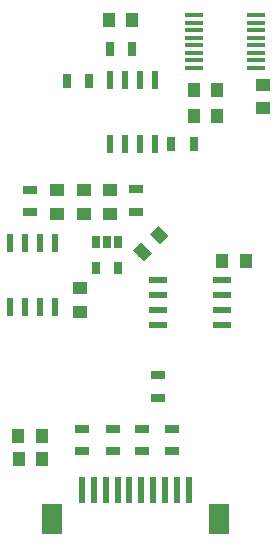
<source format=gtp>
G04 #@! TF.GenerationSoftware,KiCad,Pcbnew,(2017-06-25 revision 6a3c1720b)-makepkg*
G04 #@! TF.CreationDate,2017-08-03T12:33:03-04:00*
G04 #@! TF.ProjectId,pmt-transimpedance-amplifier_small_con,706D742D7472616E73696D706564616E,rev?*
G04 #@! TF.SameCoordinates,Original
G04 #@! TF.FileFunction,Paste,Top*
G04 #@! TF.FilePolarity,Positive*
%FSLAX46Y46*%
G04 Gerber Fmt 4.6, Leading zero omitted, Abs format (unit mm)*
G04 Created by KiCad (PCBNEW (2017-06-25 revision 6a3c1720b)-makepkg) date 08/03/17 12:33:03*
%MOMM*%
%LPD*%
G01*
G04 APERTURE LIST*
%ADD10C,0.100000*%
%ADD11R,1.800000X2.600000*%
%ADD12R,0.600000X2.200000*%
%ADD13R,1.300000X0.700000*%
%ADD14R,0.600000X1.550000*%
%ADD15R,1.550000X0.600000*%
%ADD16R,1.000000X1.250000*%
%ADD17R,0.700000X1.300000*%
%ADD18R,0.650000X1.060000*%
%ADD19C,1.000000*%
%ADD20R,1.600000X0.410000*%
%ADD21R,1.250000X1.000000*%
G04 APERTURE END LIST*
D10*
D11*
X221350000Y-121650000D03*
X207150000Y-121650000D03*
D12*
X209750000Y-119250000D03*
X210750000Y-119250000D03*
X211750000Y-119250000D03*
X212750000Y-119250000D03*
X213750000Y-119250000D03*
X214750000Y-119250000D03*
X215750000Y-119250000D03*
X216750000Y-119250000D03*
X217750000Y-119250000D03*
X218750000Y-119250000D03*
D13*
X216175000Y-111425000D03*
X216175000Y-109525000D03*
D14*
X203645000Y-103725000D03*
X204915000Y-103725000D03*
X206185000Y-103725000D03*
X207455000Y-103725000D03*
X207455000Y-98325000D03*
X206185000Y-98325000D03*
X204915000Y-98325000D03*
X203645000Y-98325000D03*
D15*
X221600000Y-101475000D03*
X221600000Y-102745000D03*
X221600000Y-104015000D03*
X221600000Y-105285000D03*
X216200000Y-105285000D03*
X216200000Y-104015000D03*
X216200000Y-102745000D03*
X216200000Y-101475000D03*
D13*
X217375000Y-114050000D03*
X217375000Y-115950000D03*
D16*
X204375000Y-116625000D03*
X206375000Y-116625000D03*
X206350000Y-114675000D03*
X204350000Y-114675000D03*
D13*
X212325000Y-115950000D03*
X212325000Y-114050000D03*
X209700000Y-115950000D03*
X209700000Y-114050000D03*
D17*
X208450000Y-84600000D03*
X210350000Y-84600000D03*
D13*
X205325000Y-95725000D03*
X205325000Y-93825000D03*
D18*
X212775000Y-100450000D03*
X210875000Y-100450000D03*
X210875000Y-98250000D03*
X211825000Y-98250000D03*
X212775000Y-98250000D03*
D16*
X221197905Y-85325095D03*
X219197905Y-85325095D03*
X221625000Y-99800000D03*
X223625000Y-99800000D03*
D19*
X214850000Y-99050000D03*
D10*
G36*
X214761612Y-98254505D02*
X215645495Y-99138388D01*
X214938388Y-99845495D01*
X214054505Y-98961612D01*
X214761612Y-98254505D01*
X214761612Y-98254505D01*
G37*
D19*
X216264214Y-97635786D03*
D10*
G36*
X216175826Y-96840291D02*
X217059709Y-97724174D01*
X216352602Y-98431281D01*
X215468719Y-97547398D01*
X216175826Y-96840291D01*
X216175826Y-96840291D01*
G37*
D20*
X219191400Y-79030000D03*
X219191400Y-79665000D03*
X219191400Y-80300000D03*
X219191400Y-80935000D03*
X219191400Y-81570000D03*
X219191400Y-82205000D03*
X219191400Y-82840000D03*
X219191400Y-83475000D03*
X224500000Y-83475000D03*
X224500000Y-82840000D03*
X224500000Y-82205000D03*
X224500000Y-81570000D03*
X224500000Y-80935000D03*
X224500000Y-80300000D03*
X224500000Y-79665000D03*
X224500000Y-79030000D03*
D21*
X225025000Y-86925000D03*
X225025000Y-84925000D03*
D17*
X212100000Y-81900000D03*
X214000000Y-81900000D03*
D16*
X219197905Y-87600095D03*
X221197905Y-87600095D03*
X212000000Y-79475000D03*
X214000000Y-79475000D03*
D13*
X214850000Y-114050000D03*
X214850000Y-115950000D03*
D14*
X212118000Y-89954000D03*
X213388000Y-89954000D03*
X214658000Y-89954000D03*
X215928000Y-89954000D03*
X215928000Y-84554000D03*
X214658000Y-84554000D03*
X213388000Y-84554000D03*
X212118000Y-84554000D03*
D21*
X209575000Y-102125000D03*
X209575000Y-104125000D03*
X207600000Y-95825000D03*
X207600000Y-93825000D03*
D17*
X217275000Y-89950000D03*
X219175000Y-89950000D03*
D21*
X209900000Y-95825000D03*
X209900000Y-93825000D03*
X212125000Y-95825000D03*
X212125000Y-93825000D03*
D13*
X214325000Y-95675000D03*
X214325000Y-93775000D03*
M02*

</source>
